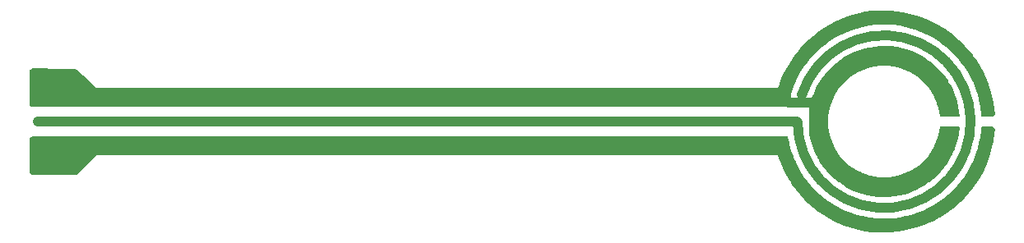
<source format=gbr>
G04 #@! TF.GenerationSoftware,KiCad,Pcbnew,7.0.1*
G04 #@! TF.CreationDate,2023-05-15T13:56:13-06:00*
G04 #@! TF.ProjectId,H-field_RF_probe,482d6669-656c-4645-9f52-465f70726f62,rev?*
G04 #@! TF.SameCoordinates,Original*
G04 #@! TF.FileFunction,Copper,L2,Inr*
G04 #@! TF.FilePolarity,Positive*
%FSLAX46Y46*%
G04 Gerber Fmt 4.6, Leading zero omitted, Abs format (unit mm)*
G04 Created by KiCad (PCBNEW 7.0.1) date 2023-05-15 13:56:13*
%MOMM*%
%LPD*%
G01*
G04 APERTURE LIST*
G04 #@! TA.AperFunction,NonConductor*
%ADD10C,0.100000*%
G04 #@! TD*
G04 #@! TA.AperFunction,NonConductor*
%ADD11C,1.000000*%
G04 #@! TD*
G04 #@! TA.AperFunction,ComponentPad*
%ADD12R,4.190000X3.000000*%
G04 #@! TD*
G04 #@! TA.AperFunction,ViaPad*
%ADD13C,0.800000*%
G04 #@! TD*
G04 #@! TA.AperFunction,Conductor*
%ADD14C,1.000000*%
G04 #@! TD*
G04 APERTURE END LIST*
D10*
X181000000Y-64000000D02*
X178000000Y-64000000D01*
X178000000Y-63000000D01*
X181000000Y-63000000D01*
X181000000Y-64000000D01*
G04 #@! TA.AperFunction,NonConductor*
G36*
X181000000Y-64000000D02*
G01*
X178000000Y-64000000D01*
X178000000Y-63000000D01*
X181000000Y-63000000D01*
X181000000Y-64000000D01*
G37*
G04 #@! TD.AperFunction*
D11*
X179096755Y-65500000D02*
G75*
G03*
X179532511Y-62748745I8903245J0D01*
G01*
D12*
X102500000Y-68825000D03*
X102500000Y-62175000D03*
D13*
X140000000Y-63500000D03*
X138500000Y-63500000D03*
X102500000Y-63500000D03*
X108500000Y-63500000D03*
X111500000Y-63500000D03*
X129500000Y-63500000D03*
X131000000Y-63500000D03*
X132500000Y-63500000D03*
X134000000Y-63500000D03*
X126500000Y-63500000D03*
X119000000Y-63500000D03*
X117500000Y-63500000D03*
X101000000Y-63500000D03*
X107000000Y-63500000D03*
X125000000Y-63500000D03*
X137000000Y-63500000D03*
X128000000Y-63500000D03*
X116000000Y-63500000D03*
X114500000Y-63500000D03*
X123500000Y-63500000D03*
X105500000Y-63500000D03*
X110000000Y-63500000D03*
X135500000Y-63500000D03*
X113000000Y-63500000D03*
X122000000Y-63500000D03*
X104000000Y-63500000D03*
X120500000Y-63500000D03*
X141500000Y-63500000D03*
X177500000Y-63500000D03*
X176000000Y-63500000D03*
X144500000Y-63500000D03*
X143000000Y-63500000D03*
X147500000Y-63500000D03*
X150500000Y-63500000D03*
X146000000Y-63500000D03*
X149000000Y-63500000D03*
X158000000Y-63500000D03*
X152000000Y-63500000D03*
X152000000Y-63500000D03*
X153500000Y-63500000D03*
X155000000Y-63500000D03*
X156500000Y-63500000D03*
X161000000Y-63500000D03*
X159500000Y-63500000D03*
X162500000Y-63500000D03*
X164000000Y-63500000D03*
X165500000Y-63500000D03*
X167000000Y-63500000D03*
X168500000Y-63500000D03*
X170000000Y-63500000D03*
X171500000Y-63500000D03*
X173000000Y-63500000D03*
X174500000Y-63500000D03*
X181160681Y-66991213D03*
X181635347Y-68413966D03*
X182402207Y-69702942D03*
X183426056Y-70798965D03*
X184659889Y-71651720D03*
X186047062Y-72222056D03*
X187523893Y-72483790D03*
X189022581Y-72424906D03*
X190474324Y-72048108D03*
X191812473Y-71370694D03*
X192975596Y-70423763D03*
X193910295Y-69250788D03*
X194573660Y-67905618D03*
X194935235Y-66450009D03*
X181160681Y-64008787D03*
X181635347Y-62586034D03*
X182402207Y-61297058D03*
X183426056Y-60201035D03*
X184659889Y-59348280D03*
X186047062Y-58777944D03*
X187523893Y-58516210D03*
X189022581Y-58575094D03*
X190474324Y-58951892D03*
X191812473Y-59629306D03*
X192975596Y-60576237D03*
X193910295Y-61749212D03*
X194573660Y-63094382D03*
X194935235Y-64549991D03*
X177892607Y-68977156D03*
X178491886Y-70383213D03*
X179285582Y-71689421D03*
X180257467Y-72869069D03*
X181387667Y-73898039D03*
X182653074Y-74755289D03*
X184027812Y-75423292D03*
X185483771Y-75888387D03*
X186991181Y-76141066D03*
X188519219Y-76176161D03*
X190036640Y-75992955D03*
X191512416Y-75595193D03*
X192916373Y-74991010D03*
X194219802Y-74192759D03*
X195396051Y-73216763D03*
X196421069Y-72082978D03*
X197273897Y-70814587D03*
X197937097Y-69437525D03*
X198397107Y-67979952D03*
X198644523Y-66471669D03*
X177892607Y-62022844D03*
X178491886Y-60616787D03*
X179285582Y-59310579D03*
X180257467Y-58130931D03*
X181387667Y-57101961D03*
X182653074Y-56244711D03*
X184027812Y-55576708D03*
X185483771Y-55111613D03*
X186991181Y-54858934D03*
X188519219Y-54823839D03*
X190036640Y-55007045D03*
X191512416Y-55404807D03*
X192916373Y-56008990D03*
X194219802Y-56807241D03*
X195396051Y-57783237D03*
X196421069Y-58917022D03*
X197273897Y-60185413D03*
X197937097Y-61562475D03*
X198397107Y-63020048D03*
X198644523Y-64528331D03*
X117500000Y-67500000D03*
X101000000Y-67500000D03*
X141500000Y-67500000D03*
X180000000Y-63500000D03*
X167000000Y-67500000D03*
X107000000Y-67500000D03*
X137000000Y-67500000D03*
X128000000Y-67500000D03*
X158000000Y-67500000D03*
X170000000Y-67500000D03*
X177500000Y-67500000D03*
X174500000Y-67500000D03*
X147500000Y-67500000D03*
X104000000Y-67500000D03*
X113000000Y-67500000D03*
X102500000Y-67500000D03*
X102500000Y-70000000D03*
X116000000Y-67500000D03*
X101000000Y-70000000D03*
X144500000Y-67500000D03*
X135500000Y-67500000D03*
X156500000Y-67500000D03*
X149000000Y-67500000D03*
X152000000Y-67500000D03*
X162500000Y-67500000D03*
X159500000Y-67500000D03*
X181000000Y-65500000D03*
X143000000Y-67500000D03*
X165500000Y-67500000D03*
X153500000Y-67500000D03*
X122000000Y-67500000D03*
X132500000Y-67500000D03*
X134000000Y-67500000D03*
X168500000Y-67500000D03*
X104007460Y-68753531D03*
X173000000Y-67500000D03*
X123500000Y-67500000D03*
X101000000Y-61000000D03*
X105500000Y-67500000D03*
X119000000Y-67500000D03*
X114500000Y-67500000D03*
X155000000Y-67500000D03*
X129500000Y-67500000D03*
X104000000Y-61000000D03*
X161000000Y-67500000D03*
X179000000Y-63500000D03*
X125000000Y-67500000D03*
X111500000Y-67500000D03*
X138500000Y-67500000D03*
X171500000Y-67500000D03*
X104000000Y-70000000D03*
X108500000Y-67500000D03*
X131000000Y-67500000D03*
X120500000Y-67500000D03*
X146000000Y-67500000D03*
X126500000Y-67500000D03*
X102500000Y-61000000D03*
X110000000Y-67500000D03*
X150500000Y-67500000D03*
X140000000Y-67500000D03*
X104007194Y-62239008D03*
X176000000Y-67500000D03*
X152000000Y-67500000D03*
X164000000Y-67500000D03*
X104000000Y-65500000D03*
X101000000Y-65500000D03*
X102500000Y-65500632D03*
D14*
X104652302Y-65500000D02*
X101000000Y-65500000D01*
X105000112Y-65500000D02*
X179000000Y-65500000D01*
G04 #@! TA.AperFunction,Conductor*
G36*
X199008187Y-66001078D02*
G01*
X199036201Y-66004765D01*
X199112964Y-66014871D01*
X199144731Y-66023383D01*
X199234675Y-66060639D01*
X199263160Y-66077085D01*
X199340393Y-66136349D01*
X199363647Y-66159603D01*
X199371456Y-66169779D01*
X199392463Y-66211226D01*
X199397018Y-66257469D01*
X199347571Y-66822654D01*
X199346720Y-66829934D01*
X199251466Y-67480221D01*
X199250193Y-67487438D01*
X199117293Y-68131075D01*
X199115603Y-68138207D01*
X198945501Y-68773038D01*
X198943399Y-68780060D01*
X198736669Y-69403934D01*
X198734162Y-69410821D01*
X198491513Y-70021605D01*
X198488610Y-70028335D01*
X198210852Y-70623989D01*
X198207562Y-70630539D01*
X197895649Y-71209017D01*
X197891985Y-71215364D01*
X197546954Y-71774746D01*
X197542926Y-71780870D01*
X197165956Y-72319237D01*
X197161580Y-72325115D01*
X196753947Y-72840653D01*
X196749235Y-72846268D01*
X196312313Y-73337233D01*
X196307283Y-73342564D01*
X195842564Y-73807283D01*
X195837233Y-73812313D01*
X195346268Y-74249235D01*
X195340653Y-74253947D01*
X194825115Y-74661580D01*
X194819237Y-74665956D01*
X194280870Y-75042926D01*
X194274746Y-75046954D01*
X193715364Y-75391985D01*
X193709017Y-75395649D01*
X193130539Y-75707562D01*
X193123989Y-75710852D01*
X192528335Y-75988610D01*
X192521605Y-75991513D01*
X191910821Y-76234162D01*
X191903934Y-76236669D01*
X191280060Y-76443399D01*
X191273038Y-76445501D01*
X190638207Y-76615603D01*
X190631075Y-76617293D01*
X189987438Y-76750193D01*
X189980221Y-76751466D01*
X189329934Y-76846720D01*
X189322654Y-76847571D01*
X188667925Y-76904852D01*
X188660608Y-76905278D01*
X188001822Y-76924447D01*
X187998157Y-76924500D01*
X186704848Y-76924500D01*
X186686609Y-76923173D01*
X186599121Y-76910374D01*
X186206046Y-76852869D01*
X186047620Y-76829692D01*
X186040543Y-76828450D01*
X185405698Y-76698242D01*
X185398704Y-76696598D01*
X184772325Y-76530421D01*
X184765436Y-76528381D01*
X184149557Y-76326773D01*
X184142795Y-76324344D01*
X183539402Y-76087957D01*
X183532790Y-76085147D01*
X182943846Y-75814750D01*
X182937404Y-75811567D01*
X182364826Y-75508036D01*
X182358577Y-75504491D01*
X181804245Y-75168827D01*
X181798208Y-75164932D01*
X181263908Y-74798216D01*
X181258102Y-74793983D01*
X180745567Y-74397403D01*
X180740012Y-74392846D01*
X180250916Y-73967698D01*
X180245630Y-73962832D01*
X179781557Y-73510492D01*
X179776557Y-73505332D01*
X179339025Y-73027279D01*
X179334328Y-73021843D01*
X178924770Y-72519646D01*
X178920389Y-72513951D01*
X178540096Y-71989191D01*
X178536048Y-71983255D01*
X178402376Y-71774746D01*
X178186298Y-71437693D01*
X178182605Y-71431554D01*
X177864508Y-70866921D01*
X177861162Y-70860564D01*
X177575780Y-70278748D01*
X177572811Y-70272233D01*
X177321029Y-69675031D01*
X177318449Y-69668387D01*
X177102458Y-69061578D01*
X177099458Y-69051945D01*
X177091687Y-69022949D01*
X177091686Y-69022948D01*
X177065425Y-68996691D01*
X177063427Y-68994649D01*
X177041892Y-68972092D01*
X177041890Y-68972091D01*
X177037658Y-68967658D01*
X177034651Y-68965922D01*
X177008795Y-68958997D01*
X176997038Y-68955221D01*
X176977588Y-68947905D01*
X176955632Y-68949865D01*
X176944442Y-68950364D01*
X176036400Y-68950428D01*
X176003786Y-68946136D01*
X176000004Y-68945123D01*
X175999999Y-68945123D01*
X175988553Y-68948189D01*
X175988522Y-68948195D01*
X175973796Y-68952142D01*
X175958252Y-68956309D01*
X175922089Y-68965998D01*
X175913239Y-68974850D01*
X175872148Y-69000000D01*
X175740922Y-69000000D01*
X175740921Y-69000000D01*
X107207107Y-69000000D01*
X107000000Y-69000000D01*
X106853555Y-69146443D01*
X106853551Y-69146447D01*
X105152287Y-70847712D01*
X105139896Y-70858579D01*
X105056055Y-70922913D01*
X105027569Y-70939360D01*
X104937627Y-70976615D01*
X104905856Y-70985128D01*
X104827917Y-70995388D01*
X104801080Y-70998922D01*
X104784635Y-71000000D01*
X100508258Y-71000000D01*
X100491812Y-70998922D01*
X100387037Y-70985128D01*
X100355265Y-70976615D01*
X100265326Y-70939361D01*
X100236840Y-70922914D01*
X100159605Y-70863649D01*
X100136351Y-70840396D01*
X100101535Y-70795023D01*
X100082187Y-70758824D01*
X100075500Y-70718323D01*
X100075500Y-67281670D01*
X100082186Y-67241170D01*
X100101536Y-67204969D01*
X100121580Y-67178845D01*
X100136346Y-67159601D01*
X100159595Y-67136350D01*
X100236844Y-67077074D01*
X100265311Y-67060639D01*
X100355267Y-67023376D01*
X100387021Y-67014867D01*
X100491820Y-67001070D01*
X100508238Y-66999993D01*
X140148733Y-66999487D01*
X177997583Y-66999004D01*
X178053603Y-67012143D01*
X178097942Y-67048823D01*
X178121348Y-67101393D01*
X178232355Y-67683316D01*
X178388726Y-68292344D01*
X178583019Y-68890314D01*
X178650828Y-69061580D01*
X178805922Y-69453304D01*
X178814487Y-69474935D01*
X179082192Y-70043838D01*
X179385110Y-70594844D01*
X179722008Y-71125710D01*
X179782534Y-71209017D01*
X180091588Y-71634393D01*
X180385103Y-71989191D01*
X180432293Y-72046235D01*
X180492375Y-72118861D01*
X180922792Y-72577208D01*
X181381138Y-73007625D01*
X181865607Y-73408412D01*
X182251224Y-73688579D01*
X182374289Y-73777991D01*
X182905155Y-74114889D01*
X182905159Y-74114891D01*
X182905165Y-74114895D01*
X183456152Y-74417803D01*
X183456157Y-74417805D01*
X183456160Y-74417807D01*
X183523824Y-74449647D01*
X184025072Y-74685516D01*
X184609679Y-74916978D01*
X184609684Y-74916979D01*
X184609685Y-74916980D01*
X185207655Y-75111273D01*
X185207663Y-75111275D01*
X185207666Y-75111276D01*
X185816673Y-75267642D01*
X186434297Y-75385460D01*
X186746197Y-75424862D01*
X187058096Y-75464265D01*
X187685613Y-75503745D01*
X187685619Y-75503745D01*
X188314380Y-75503745D01*
X188314386Y-75503745D01*
X188941901Y-75464265D01*
X189045867Y-75451130D01*
X189565703Y-75385461D01*
X190183326Y-75267643D01*
X190792333Y-75111276D01*
X191390320Y-74916978D01*
X191974927Y-74685516D01*
X192543847Y-74417803D01*
X193094834Y-74114895D01*
X193625715Y-73777988D01*
X194134393Y-73408412D01*
X194618861Y-73007625D01*
X195077208Y-72577209D01*
X195507624Y-72118862D01*
X195908412Y-71634393D01*
X196277988Y-71125715D01*
X196614895Y-70594835D01*
X196917803Y-70043848D01*
X197185516Y-69474928D01*
X197416978Y-68890321D01*
X197611276Y-68292334D01*
X197767642Y-67683327D01*
X197885460Y-67065704D01*
X197959122Y-66482613D01*
X197964265Y-66441903D01*
X197984638Y-66118088D01*
X198004004Y-66058486D01*
X198049688Y-66015585D01*
X198110389Y-66000000D01*
X198991742Y-66000000D01*
X199008187Y-66001078D01*
G37*
G04 #@! TD.AperFunction*
G04 #@! TA.AperFunction,Conductor*
G36*
X188179535Y-57699477D02*
G01*
X188724033Y-57731078D01*
X188732900Y-57731908D01*
X189273823Y-57802094D01*
X189282598Y-57803551D01*
X189817127Y-57911956D01*
X189825815Y-57914041D01*
X190351323Y-58060130D01*
X190359800Y-58062814D01*
X190834960Y-58232078D01*
X190873597Y-58245842D01*
X190881917Y-58249144D01*
X191381398Y-58468177D01*
X191389436Y-58472048D01*
X191872105Y-58725993D01*
X191879853Y-58730427D01*
X192298805Y-58990405D01*
X192343295Y-59018013D01*
X192350728Y-59023000D01*
X192716659Y-59287820D01*
X192792557Y-59342746D01*
X192799612Y-59348244D01*
X193021336Y-59534058D01*
X193217627Y-59698557D01*
X193224260Y-59704529D01*
X193616363Y-60083652D01*
X193622563Y-60090088D01*
X193986747Y-60496078D01*
X193992484Y-60502950D01*
X194310775Y-60912973D01*
X194326916Y-60933765D01*
X194332144Y-60941019D01*
X194567955Y-61293933D01*
X194635150Y-61394497D01*
X194639852Y-61402106D01*
X194902887Y-61863656D01*
X194909899Y-61875959D01*
X194914048Y-61883883D01*
X195076778Y-62223416D01*
X195149765Y-62375703D01*
X195153343Y-62383904D01*
X195306373Y-62771686D01*
X195353547Y-62891225D01*
X195356535Y-62899663D01*
X195520214Y-63419916D01*
X195522595Y-63428545D01*
X195648920Y-63959093D01*
X195650683Y-63967870D01*
X195739021Y-64506060D01*
X195740156Y-64514939D01*
X195772090Y-64862471D01*
X195759381Y-64930221D01*
X195712922Y-64981144D01*
X195646619Y-65000000D01*
X193848595Y-65000000D01*
X193790158Y-64985629D01*
X193745051Y-64945796D01*
X193723563Y-64889585D01*
X193681474Y-64551930D01*
X193583779Y-64085998D01*
X193517582Y-63863646D01*
X193447939Y-63629720D01*
X193429342Y-63582061D01*
X193317505Y-63295446D01*
X193274885Y-63186221D01*
X193065798Y-62758527D01*
X192822107Y-62349561D01*
X192545475Y-61962115D01*
X192237794Y-61598836D01*
X192237790Y-61598832D01*
X192237785Y-61598826D01*
X191901173Y-61262214D01*
X191901164Y-61262206D01*
X191537885Y-60954525D01*
X191150439Y-60677893D01*
X190741473Y-60434202D01*
X190682058Y-60405156D01*
X190313775Y-60225113D01*
X189870285Y-60052062D01*
X189414001Y-59916220D01*
X188948069Y-59818525D01*
X188475660Y-59759639D01*
X188000000Y-59739966D01*
X187524339Y-59759639D01*
X187051930Y-59818525D01*
X186585998Y-59916220D01*
X186129714Y-60052062D01*
X185686224Y-60225113D01*
X185258532Y-60434199D01*
X184849559Y-60677894D01*
X184462117Y-60954523D01*
X184098826Y-61262214D01*
X183762214Y-61598826D01*
X183454523Y-61962117D01*
X183177894Y-62349559D01*
X182934199Y-62758532D01*
X182725113Y-63186224D01*
X182552062Y-63629714D01*
X182416220Y-64085998D01*
X182318525Y-64551930D01*
X182259639Y-65024339D01*
X182239966Y-65499999D01*
X182259639Y-65975660D01*
X182318525Y-66448069D01*
X182416220Y-66914001D01*
X182552062Y-67370285D01*
X182725113Y-67813775D01*
X182932333Y-68237651D01*
X182934202Y-68241473D01*
X183177893Y-68650439D01*
X183454525Y-69037885D01*
X183762206Y-69401164D01*
X183762214Y-69401173D01*
X184098826Y-69737785D01*
X184098832Y-69737790D01*
X184098836Y-69737794D01*
X184462115Y-70045475D01*
X184849561Y-70322107D01*
X185258527Y-70565798D01*
X185686221Y-70774885D01*
X185834053Y-70832569D01*
X186129714Y-70947937D01*
X186129717Y-70947938D01*
X186129720Y-70947939D01*
X186300969Y-70998922D01*
X186585998Y-71083779D01*
X187051930Y-71181474D01*
X187524339Y-71240360D01*
X188000000Y-71260033D01*
X188475660Y-71240360D01*
X188948070Y-71181474D01*
X189343268Y-71098610D01*
X189414001Y-71083779D01*
X189414002Y-71083778D01*
X189414005Y-71083778D01*
X189870280Y-70947939D01*
X190313779Y-70774885D01*
X190741473Y-70565798D01*
X191150439Y-70322107D01*
X191537885Y-70045475D01*
X191901164Y-69737794D01*
X192237794Y-69401164D01*
X192545475Y-69037885D01*
X192822107Y-68650439D01*
X193065798Y-68241473D01*
X193274885Y-67813779D01*
X193447939Y-67370280D01*
X193583778Y-66914005D01*
X193584175Y-66912114D01*
X193681474Y-66448069D01*
X193723563Y-66110415D01*
X193745051Y-66054204D01*
X193790158Y-66014371D01*
X193848595Y-66000000D01*
X195649977Y-66000000D01*
X195714805Y-66017957D01*
X195761155Y-66066709D01*
X195775815Y-66132358D01*
X195775614Y-66136349D01*
X195774121Y-66165891D01*
X195773352Y-66174808D01*
X195707223Y-66716169D01*
X195705823Y-66725010D01*
X195601423Y-67260322D01*
X195599398Y-67269042D01*
X195457260Y-67795568D01*
X195454622Y-67804122D01*
X195275453Y-68319245D01*
X195272214Y-68327590D01*
X195056922Y-68828696D01*
X195053098Y-68836790D01*
X194802780Y-69321326D01*
X194798392Y-69329128D01*
X194514292Y-69794690D01*
X194509360Y-69802161D01*
X194192930Y-70246364D01*
X194187481Y-70253465D01*
X193840310Y-70674083D01*
X193834370Y-70680780D01*
X193458219Y-71075679D01*
X193451819Y-71081938D01*
X193048559Y-71449153D01*
X193041730Y-71454941D01*
X192613430Y-71792585D01*
X192606207Y-71797874D01*
X192155012Y-72104258D01*
X192147433Y-72109020D01*
X191675631Y-72382593D01*
X191667732Y-72386806D01*
X191177690Y-72626194D01*
X191169513Y-72629835D01*
X190663703Y-72833829D01*
X190655287Y-72836880D01*
X190136282Y-73004442D01*
X190127671Y-73006888D01*
X189598069Y-73137181D01*
X189589306Y-73139009D01*
X189051806Y-73231368D01*
X189042935Y-73232570D01*
X188500209Y-73286536D01*
X188491276Y-73287104D01*
X187946112Y-73302401D01*
X187937160Y-73302334D01*
X187392282Y-73278884D01*
X187383358Y-73278182D01*
X186841511Y-73216104D01*
X186832660Y-73214770D01*
X186296595Y-73114379D01*
X186287860Y-73112420D01*
X185760259Y-72974217D01*
X185751686Y-72971642D01*
X185235247Y-72796335D01*
X185226878Y-72793158D01*
X184724202Y-72581631D01*
X184716079Y-72577869D01*
X184229655Y-72331168D01*
X184221821Y-72326838D01*
X183754158Y-72046235D01*
X183746650Y-72041359D01*
X183399378Y-71797874D01*
X183300085Y-71728255D01*
X183292949Y-71722864D01*
X183164084Y-71618112D01*
X182956233Y-71449153D01*
X182869750Y-71378852D01*
X182863008Y-71372962D01*
X182465298Y-70999766D01*
X182458992Y-70993413D01*
X182088780Y-70592920D01*
X182082942Y-70586135D01*
X181742094Y-70160363D01*
X181736751Y-70153180D01*
X181662431Y-70045476D01*
X181426998Y-69704288D01*
X181422185Y-69696752D01*
X181276665Y-69450060D01*
X181145092Y-69227011D01*
X181140824Y-69219151D01*
X181104630Y-69146443D01*
X180897761Y-68730880D01*
X180894075Y-68722763D01*
X180727815Y-68319245D01*
X180686302Y-68218490D01*
X180683188Y-68210098D01*
X180511744Y-67692349D01*
X180509234Y-67683757D01*
X180459375Y-67487438D01*
X180374980Y-67155131D01*
X180373096Y-67146428D01*
X180297466Y-66725188D01*
X180297466Y-63998975D01*
X179900186Y-63998979D01*
X179870229Y-63976939D01*
X179843826Y-63922728D01*
X179845637Y-63862456D01*
X179875246Y-63809927D01*
X179925873Y-63777172D01*
X179988253Y-63755621D01*
X179988252Y-63755621D01*
X180165506Y-63654735D01*
X180321204Y-63522996D01*
X180450043Y-63364891D01*
X180547637Y-63185804D01*
X180578477Y-63090883D01*
X180579916Y-63086714D01*
X180649687Y-62895391D01*
X180767543Y-62572211D01*
X180770883Y-62563973D01*
X180993668Y-62066096D01*
X180997592Y-62058100D01*
X181255159Y-61577308D01*
X181259639Y-61569615D01*
X181550692Y-61108324D01*
X181555715Y-61100958D01*
X181878777Y-60661508D01*
X181884310Y-60654516D01*
X182237748Y-60239122D01*
X182243763Y-60232540D01*
X182625833Y-59843258D01*
X182632297Y-59837125D01*
X183041011Y-59475980D01*
X183047880Y-59470331D01*
X183481239Y-59139089D01*
X183488501Y-59133936D01*
X183944273Y-58834306D01*
X183951879Y-58829685D01*
X184427769Y-58563174D01*
X184435676Y-58559108D01*
X184929292Y-58327055D01*
X184937488Y-58323552D01*
X185446321Y-58127137D01*
X185454737Y-58124227D01*
X185976228Y-57964436D01*
X185984856Y-57962124D01*
X186516370Y-57839763D01*
X186525124Y-57838073D01*
X187063993Y-57753758D01*
X187072835Y-57752694D01*
X187616330Y-57706851D01*
X187625249Y-57706417D01*
X188170619Y-57699277D01*
X188179535Y-57699477D01*
G37*
G04 #@! TD.AperFunction*
G04 #@! TA.AperFunction,Conductor*
G36*
X188001821Y-54075552D02*
G01*
X188660617Y-54094721D01*
X188667916Y-54095146D01*
X189322679Y-54152430D01*
X189329904Y-54153275D01*
X189980231Y-54248534D01*
X189987434Y-54249805D01*
X190631090Y-54382709D01*
X190638191Y-54384392D01*
X191273065Y-54554506D01*
X191280034Y-54556592D01*
X191903949Y-54763335D01*
X191910805Y-54765831D01*
X192511808Y-55004594D01*
X192521605Y-55008486D01*
X192528332Y-55011388D01*
X193123996Y-55289150D01*
X193130533Y-55292434D01*
X193157403Y-55306922D01*
X193709017Y-55604350D01*
X193715364Y-55608014D01*
X193773259Y-55643724D01*
X194254295Y-55940431D01*
X194274746Y-55953045D01*
X194280870Y-55957073D01*
X194819237Y-56334043D01*
X194825115Y-56338419D01*
X195340664Y-56746061D01*
X195346262Y-56750759D01*
X195730478Y-57092682D01*
X195837233Y-57187686D01*
X195842564Y-57192716D01*
X196307283Y-57657435D01*
X196312313Y-57662766D01*
X196567898Y-57949965D01*
X196749235Y-58153731D01*
X196753941Y-58159339D01*
X196883777Y-58323543D01*
X197161580Y-58674884D01*
X197165956Y-58680762D01*
X197542926Y-59219129D01*
X197546954Y-59225253D01*
X197891985Y-59784635D01*
X197895649Y-59790982D01*
X198207562Y-60369460D01*
X198210852Y-60376010D01*
X198488610Y-60971664D01*
X198491513Y-60978394D01*
X198734162Y-61589178D01*
X198736669Y-61596065D01*
X198876926Y-62019337D01*
X198943399Y-62219939D01*
X198945501Y-62226961D01*
X199115603Y-62861792D01*
X199117293Y-62868924D01*
X199250193Y-63512561D01*
X199251466Y-63519778D01*
X199346720Y-64170065D01*
X199347571Y-64177345D01*
X199397018Y-64742529D01*
X199392463Y-64788770D01*
X199371459Y-64830216D01*
X199363649Y-64840394D01*
X199340392Y-64863651D01*
X199263160Y-64922914D01*
X199234673Y-64939361D01*
X199144734Y-64976615D01*
X199112963Y-64985128D01*
X199035024Y-64995388D01*
X199008187Y-64998922D01*
X198991742Y-65000000D01*
X198110389Y-65000000D01*
X198049688Y-64984415D01*
X198004004Y-64941514D01*
X197984638Y-64881912D01*
X197964265Y-64558098D01*
X197915245Y-64170065D01*
X197885461Y-63934297D01*
X197767643Y-63316674D01*
X197735544Y-63191659D01*
X197611277Y-62707671D01*
X197416981Y-62109686D01*
X197416978Y-62109678D01*
X197185516Y-61525073D01*
X197044052Y-61224446D01*
X196917807Y-60956161D01*
X196916907Y-60954523D01*
X196614895Y-60405166D01*
X196614889Y-60405156D01*
X196277992Y-59874290D01*
X195908413Y-59365609D01*
X195507625Y-58881139D01*
X195459294Y-58829672D01*
X195077209Y-58422792D01*
X194618862Y-57992376D01*
X194574167Y-57955401D01*
X194134392Y-57591587D01*
X193625712Y-57222008D01*
X193094844Y-56885110D01*
X192543839Y-56582193D01*
X191974935Y-56314487D01*
X191974931Y-56314485D01*
X191974928Y-56314484D01*
X191390322Y-56083022D01*
X191177584Y-56013899D01*
X190792345Y-55888726D01*
X190183317Y-55732355D01*
X189565700Y-55614539D01*
X188941903Y-55535734D01*
X188314387Y-55496255D01*
X188314381Y-55496255D01*
X187685621Y-55496255D01*
X187685615Y-55496255D01*
X187058099Y-55535734D01*
X186434302Y-55614538D01*
X185816669Y-55732357D01*
X185207671Y-55888722D01*
X184609686Y-56083018D01*
X184025065Y-56314487D01*
X183456161Y-56582192D01*
X182905156Y-56885110D01*
X182374290Y-57222007D01*
X181865609Y-57591586D01*
X181381139Y-57992374D01*
X180922792Y-58422791D01*
X180492375Y-58881138D01*
X180091587Y-59365607D01*
X179722008Y-59874288D01*
X179385111Y-60405154D01*
X179082193Y-60956160D01*
X178814487Y-61525063D01*
X178583019Y-62109684D01*
X178485873Y-62408672D01*
X178454360Y-62505657D01*
X178428051Y-62707906D01*
X178439352Y-62911545D01*
X178487879Y-63109637D01*
X178571981Y-63295447D01*
X178688792Y-63462634D01*
X178834332Y-63605511D01*
X178882956Y-63638163D01*
X179003653Y-63719214D01*
X179092026Y-63757262D01*
X179144947Y-63800063D01*
X179167886Y-63864148D01*
X179154146Y-63930813D01*
X179107735Y-63980604D01*
X179042199Y-63998990D01*
X111633981Y-63999850D01*
X100508261Y-63999992D01*
X100491817Y-63998915D01*
X100387043Y-63985123D01*
X100355270Y-63976610D01*
X100352851Y-63975608D01*
X100265327Y-63939354D01*
X100236846Y-63922911D01*
X100159608Y-63863646D01*
X100136351Y-63840389D01*
X100101538Y-63795020D01*
X100082187Y-63758817D01*
X100075500Y-63718316D01*
X100075500Y-60292349D01*
X100082365Y-60251326D01*
X100102211Y-60214775D01*
X100139836Y-60166621D01*
X100163641Y-60143311D01*
X100242639Y-60084220D01*
X100271724Y-60067967D01*
X100363443Y-60031661D01*
X100395782Y-60023600D01*
X100470831Y-60015188D01*
X100502201Y-60011672D01*
X100518884Y-60010916D01*
X103524765Y-60074154D01*
X104799134Y-60100964D01*
X104814527Y-60102236D01*
X104912783Y-60116476D01*
X104942580Y-60124621D01*
X105027183Y-60159370D01*
X105054104Y-60174521D01*
X105133995Y-60233447D01*
X105145861Y-60243380D01*
X105660479Y-60730931D01*
X107000000Y-62000000D01*
X107199242Y-62000000D01*
X107199244Y-62000000D01*
X175740923Y-62000000D01*
X175923458Y-62000000D01*
X175956299Y-62008770D01*
X175956456Y-62008851D01*
X175956466Y-62008815D01*
X175962542Y-62010446D01*
X175995650Y-62019337D01*
X175999626Y-62018273D01*
X176032064Y-62013997D01*
X176995451Y-62013204D01*
X177006734Y-62013702D01*
X177028577Y-62015653D01*
X177048152Y-62008289D01*
X177059768Y-62004552D01*
X177085761Y-61997566D01*
X177085766Y-61997560D01*
X177088657Y-61995889D01*
X177092877Y-61991467D01*
X177092880Y-61991467D01*
X177114502Y-61968819D01*
X177116345Y-61966931D01*
X177142745Y-61940489D01*
X177150456Y-61911611D01*
X177153482Y-61901879D01*
X177368681Y-61297298D01*
X177371259Y-61290658D01*
X177622167Y-60695531D01*
X177625125Y-60689039D01*
X177909538Y-60109201D01*
X177912847Y-60102912D01*
X178229875Y-59540180D01*
X178233538Y-59534091D01*
X178582102Y-58990380D01*
X178586118Y-58984493D01*
X178965092Y-58461554D01*
X178969466Y-58455868D01*
X178996441Y-58422792D01*
X179377627Y-57955384D01*
X179382296Y-57949982D01*
X179818326Y-57473572D01*
X179823273Y-57468465D01*
X180285805Y-57017628D01*
X180291026Y-57012823D01*
X180682102Y-56672880D01*
X180778442Y-56589137D01*
X180783981Y-56584591D01*
X181294765Y-56189368D01*
X181300529Y-56185166D01*
X181833003Y-55819703D01*
X181839009Y-55815828D01*
X182391441Y-55481316D01*
X182397670Y-55477782D01*
X182968256Y-55175310D01*
X182974682Y-55172134D01*
X183561606Y-54902664D01*
X183568181Y-54899870D01*
X184169512Y-54664291D01*
X184176224Y-54661880D01*
X184789998Y-54460964D01*
X184796855Y-54458933D01*
X185421092Y-54293324D01*
X185428041Y-54291691D01*
X186060706Y-54161932D01*
X186067747Y-54160696D01*
X186641046Y-54076826D01*
X186659285Y-54075500D01*
X187975469Y-54075500D01*
X187998157Y-54075500D01*
X188001821Y-54075552D01*
G37*
G04 #@! TD.AperFunction*
M02*

</source>
